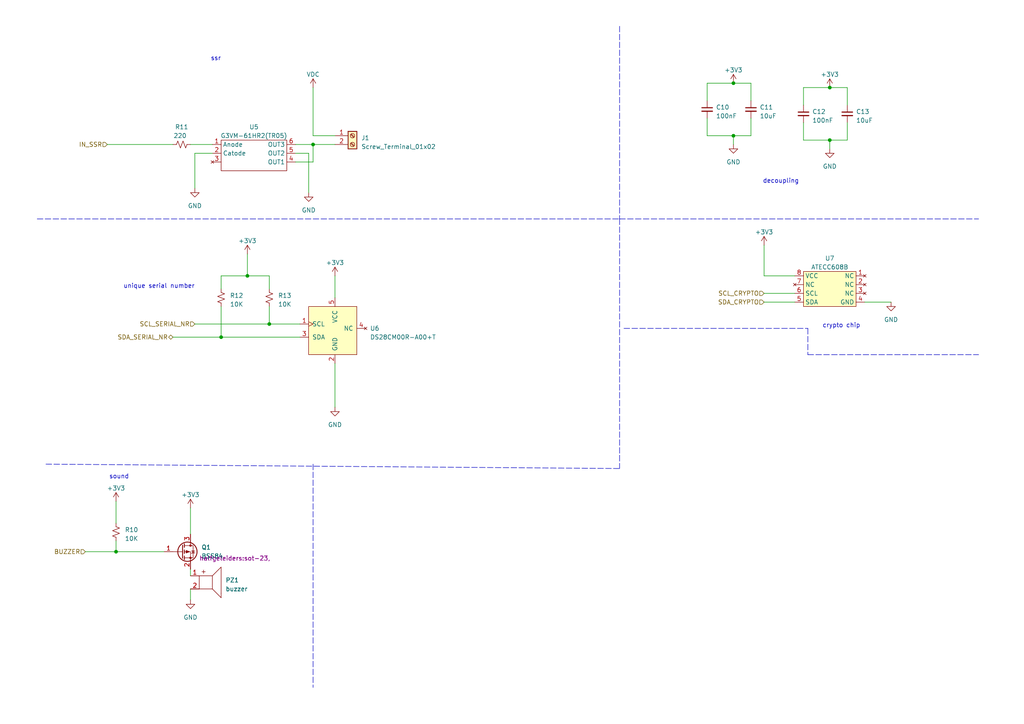
<source format=kicad_sch>
(kicad_sch (version 20210621) (generator eeschema)
  (paper "A4")
  (lib_symbols
    (symbol "Connector:Screw_Terminal_01x02" (pin_names (offset 1.016) hide)
      (property "Reference" "J" (at 0 2.54 0))
      (property "Value" "Screw_Terminal_01x02" (at 0 -5.08 0))
      (symbol "Screw_Terminal_01x02_1_1"
        (circle (center 0 -2.54) (radius 0.635) (stroke (width 0.1524)))
        (circle (center 0 0) (radius 0.635) (stroke (width 0.1524)))
        (rectangle (start -1.27 1.27) (end 1.27 -3.81) (stroke (width 0.254)) (fill (type background)))
        (polyline (pts (xy -0.5334 -2.2098) (xy 0.3302 -3.048)) (stroke (width 0.1524)))
        (polyline (pts (xy -0.5334 0.3302) (xy 0.3302 -0.508)) (stroke (width 0.1524)))
        (polyline (pts (xy -0.3556 -2.032) (xy 0.508 -2.8702)) (stroke (width 0.1524)))
        (polyline (pts (xy -0.3556 0.508) (xy 0.508 -0.3302)) (stroke (width 0.1524)))
        (pin passive line (at -5.08 0 0) (length 3.81) (name "Pin_1") (number "1"))
        (pin passive line (at -5.08 -2.54 0) (length 3.81) (name "Pin_2") (number "2"))
      )
    )
    (symbol "Device:C_Small" (pin_numbers hide) (pin_names (offset 0.254) hide)
      (property "Reference" "C" (at 0.254 1.778 0))
      (property "Value" "C_Small" (at 0.254 -2.032 0))
      (symbol "C_Small_0_1"
        (polyline (pts (xy -1.524 -0.508) (xy 1.524 -0.508)) (stroke (width 0.3302)))
        (polyline (pts (xy -1.524 0.508) (xy 1.524 0.508)) (stroke (width 0.3048)))
      )
      (symbol "C_Small_1_1"
        (pin passive line (at 0 2.54 270) (length 2.032) (name "~") (number "1"))
        (pin passive line (at 0 -2.54 90) (length 2.032) (name "~") (number "2"))
      )
    )
    (symbol "Device:R_Small_US" (pin_numbers hide) (pin_names (offset 0.254) hide)
      (property "Reference" "R" (at 0.762 0.508 0))
      (property "Value" "R_Small_US" (at 0.762 -1.016 0))
      (symbol "R_Small_US_1_1"
        (polyline (pts (xy 0 0) (xy 1.016 -0.381) (xy 0 -0.762) (xy -1.016 -1.143) (xy 0 -1.524)))
        (polyline (pts (xy 0 1.524) (xy 1.016 1.143) (xy 0 0.762) (xy -1.016 0.381) (xy 0 0)))
        (pin passive line (at 0 2.54 270) (length 1.016) (name "~") (number "1"))
        (pin passive line (at 0 -2.54 90) (length 1.016) (name "~") (number "2"))
      )
    )
    (symbol "Halfgelijders:ATECC608B"
      (property "Reference" "U" (at 0 -1.27 0))
      (property "Value" "ATECC608B" (at 2.54 6.35 0))
      (symbol "ATECC608B_0_1"
        (rectangle (start -5.08 5.08) (end 10.16 -5.08) (stroke (width 0.1524)) (fill (type background)))
      )
      (symbol "ATECC608B_1_1"
        (pin no_connect line (at -7.62 3.81 0) (length 2.54) (name "NC") (number "1"))
        (pin no_connect line (at -7.62 1.27 0) (length 2.54) (name "NC") (number "2"))
        (pin no_connect line (at -7.62 -1.27 0) (length 2.54) (name "NC") (number "3"))
        (pin power_out line (at -7.62 -3.81 0) (length 2.54) (name "GND") (number "4"))
        (pin bidirectional line (at 12.7 -3.81 180) (length 2.54) (name "SDA") (number "5"))
        (pin input line (at 12.7 -1.27 180) (length 2.54) (name "SCL") (number "6"))
        (pin no_connect line (at 12.7 1.27 180) (length 2.54) (name "NC") (number "7"))
        (pin power_in line (at 12.7 3.81 180) (length 2.54) (name "VCC") (number "8"))
      )
    )
    (symbol "Halfgelijders:DS28CM00R-A00+T" (pin_names (offset 1.016))
      (property "Reference" "U" (at 0 1.27 0))
      (property "Value" "DS28CM00R-A00+T" (at -17.78 6.35 0))
      (symbol "DS28CM00R-A00+T_0_1"
        (rectangle (start -7.62 7.62) (end 6.35 -6.35) (fill (type background)))
      )
      (symbol "DS28CM00R-A00+T_1_1"
        (pin input clock (at -10.16 2.54 0) (length 2.54) (name "SCL") (number "1"))
        (pin power_out line (at 0 -8.89 90) (length 2.54) (name "GND") (number "2"))
        (pin bidirectional line (at -10.16 -1.27 0) (length 2.54) (name "SDA") (number "3"))
        (pin no_connect line (at 8.89 1.27 180) (length 2.54) (name "NC") (number "4"))
        (pin power_in line (at 0 10.16 270) (length 2.54) (name "VCC") (number "5"))
      )
    )
    (symbol "Halfgelijders:G3VM-61HR2(TR05)"
      (property "Reference" "U" (at 1.27 -5.08 0))
      (property "Value" "G3VM-61HR2(TR05)" (at 8.89 -10.16 0))
      (symbol "G3VM-61HR2(TR05)_0_1"
        (rectangle (start 0 1.27) (end 19.05 -7.62) (stroke (width 0.1524)))
      )
      (symbol "G3VM-61HR2(TR05)_1_1"
        (pin input line (at -2.54 0 0) (length 2.54) (name "Anode") (number "1"))
        (pin output line (at -2.54 -2.54 0) (length 2.54) (name "Catode") (number "2"))
        (pin no_connect line (at -2.54 -5.08 0) (length 2.54) (name "") (number "3"))
        (pin output line (at 21.59 -5.08 180) (length 2.54) (name "OUT1") (number "4"))
        (pin output line (at 21.59 -2.54 180) (length 2.54) (name "OUT2") (number "5"))
        (pin output line (at 21.59 0 180) (length 2.54) (name "OUT3") (number "6"))
      )
    )
    (symbol "Transistor_FET:BSS84" (pin_names hide)
      (property "Reference" "Q" (at 5.08 1.905 0))
      (property "Value" "BSS84" (at 5.08 0 0))
      (symbol "BSS84_0_1"
        (circle (center 1.651 0) (radius 2.794) (stroke (width 0.254)))
        (circle (center 2.54 -1.778) (radius 0.254) (fill (type outline)))
        (circle (center 2.54 1.778) (radius 0.254) (fill (type outline)))
        (polyline (pts (xy 0.254 0) (xy -2.54 0)))
        (polyline (pts (xy 0.254 1.905) (xy 0.254 -1.905)) (stroke (width 0.254)))
        (polyline (pts (xy 0.762 -1.27) (xy 0.762 -2.286)) (stroke (width 0.254)))
        (polyline (pts (xy 0.762 0.508) (xy 0.762 -0.508)) (stroke (width 0.254)))
        (polyline (pts (xy 0.762 2.286) (xy 0.762 1.27)) (stroke (width 0.254)))
        (polyline (pts (xy 2.54 2.54) (xy 2.54 1.778)))
        (polyline (pts (xy 2.54 -2.54) (xy 2.54 0) (xy 0.762 0)))
        (polyline (pts (xy 0.762 1.778) (xy 3.302 1.778) (xy 3.302 -1.778) (xy 0.762 -1.778)))
        (polyline (pts (xy 2.794 -0.508) (xy 2.921 -0.381) (xy 3.683 -0.381) (xy 3.81 -0.254)))
        (polyline (pts (xy 3.302 -0.381) (xy 2.921 0.254) (xy 3.683 0.254) (xy 3.302 -0.381)))
        (polyline (pts (xy 2.286 0) (xy 1.27 0.381) (xy 1.27 -0.381) (xy 2.286 0)) (fill (type outline)))
      )
      (symbol "BSS84_1_1"
        (pin input line (at -5.08 0 0) (length 2.54) (name "G") (number "1"))
        (pin passive line (at 2.54 -5.08 90) (length 2.54) (name "S") (number "2"))
        (pin passive line (at 2.54 5.08 270) (length 2.54) (name "D") (number "3"))
      )
    )
    (symbol "power:+3V3" (power) (pin_names (offset 0))
      (property "Value" "+3V3" (at 0 3.556 0))
      (symbol "+3V3_0_1"
        (polyline (pts (xy -0.762 1.27) (xy 0 2.54)))
        (polyline (pts (xy 0 0) (xy 0 2.54)))
        (polyline (pts (xy 0 2.54) (xy 0.762 1.27)))
      )
      (symbol "+3V3_1_1"
        (pin power_in line (at 0 0 90) (length 0) hide (name "+3V3") (number "1"))
      )
    )
    (symbol "power:GND" (power) (pin_names (offset 0))
      (property "Value" "GND" (at 0 -3.81 0))
      (symbol "GND_0_1"
        (polyline (pts (xy 0 0) (xy 0 -1.27) (xy 1.27 -1.27) (xy 0 -2.54) (xy -1.27 -1.27) (xy 0 -1.27)))
      )
      (symbol "GND_1_1"
        (pin power_in line (at 0 0 270) (length 0) hide (name "GND") (number "1"))
      )
    )
    (symbol "power:VDC" (power) (pin_names (offset 0))
      (property "Value" "VDC" (at 0 6.35 0))
      (symbol "VDC_0_1"
        (polyline (pts (xy -0.762 1.27) (xy 0 2.54)))
        (polyline (pts (xy 0 0) (xy 0 2.54)))
        (polyline (pts (xy 0 2.54) (xy 0.762 1.27)))
      )
      (symbol "VDC_1_1"
        (pin power_in line (at 0 0 90) (length 0) hide (name "VDC") (number "1"))
      )
    )
    (symbol "vanalles:buzzer" (pin_names (offset 1.016))
      (property "Reference" "PZ" (at 5.08 7.62 0))
      (property "Value" "buzzer" (at 0 7.62 0))
      (symbol "buzzer_0_0"
        (text "+" (at 1.27 1.27 0) (effects (font (size 1.27 1.27))))
        (polyline (pts (xy 3.81 -3.81) (xy 6.35 -6.35)))
        (polyline (pts (xy 6.35 -5.08) (xy 6.35 -6.35)))
        (polyline (pts (xy 3.81 0) (xy 6.35 2.54) (xy 6.35 -5.08)))
      )
      (symbol "buzzer_0_1"
        (rectangle (start 0 0) (end 3.81 -3.81))
      )
      (symbol "buzzer_1_1"
        (pin unspecified line (at -2.54 0 0) (length 2.54) (name "~") (number "1"))
        (pin unspecified line (at -2.54 -3.81 0) (length 2.54) (name "~") (number "2"))
      )
    )
  )
  (junction (at 33.655 160.02))
  (junction (at 64.135 97.79) (diameter 0.9144))
  (junction (at 71.755 80.01) (diameter 0.9144))
  (junction (at 78.105 93.98) (diameter 0.9144))
  (junction (at 90.805 41.91) (diameter 0.9144))
  (junction (at 212.725 24.13) (diameter 0.9144))
  (junction (at 212.725 39.37) (diameter 0.9144))
  (junction (at 240.665 25.4) (diameter 0.9144))
  (junction (at 240.665 40.64) (diameter 0.9144))
  (wire (pts (xy 24.765 160.02) (xy 33.655 160.02)))
  (wire (pts (xy 31.115 41.91) (xy 50.165 41.91)))
  (wire (pts (xy 33.655 145.415) (xy 33.655 151.765)))
  (wire (pts (xy 33.655 156.845) (xy 33.655 160.02)))
  (wire (pts (xy 33.655 160.02) (xy 47.625 160.02)))
  (wire (pts (xy 50.165 97.79) (xy 64.135 97.79)))
  (wire (pts (xy 55.245 41.91) (xy 61.595 41.91)))
  (wire (pts (xy 55.245 147.32) (xy 55.245 154.94)))
  (wire (pts (xy 55.245 167.005) (xy 55.245 165.1)))
  (wire (pts (xy 55.245 173.99) (xy 55.245 170.815)))
  (wire (pts (xy 56.515 44.45) (xy 56.515 54.61)))
  (wire (pts (xy 56.515 44.45) (xy 61.595 44.45)))
  (wire (pts (xy 56.515 93.98) (xy 78.105 93.98)))
  (wire (pts (xy 64.135 80.01) (xy 71.755 80.01)))
  (wire (pts (xy 64.135 83.82) (xy 64.135 80.01)))
  (wire (pts (xy 64.135 88.9) (xy 64.135 97.79)))
  (wire (pts (xy 64.135 97.79) (xy 86.995 97.79)))
  (wire (pts (xy 71.755 73.66) (xy 71.755 80.01)))
  (wire (pts (xy 71.755 80.01) (xy 78.105 80.01)))
  (wire (pts (xy 78.105 80.01) (xy 78.105 83.82)))
  (wire (pts (xy 78.105 88.9) (xy 78.105 93.98)))
  (wire (pts (xy 78.105 93.98) (xy 86.995 93.98)))
  (wire (pts (xy 85.725 46.99) (xy 90.805 46.99)))
  (wire (pts (xy 89.535 44.45) (xy 85.725 44.45)))
  (wire (pts (xy 89.535 44.45) (xy 89.535 55.88)))
  (wire (pts (xy 90.805 25.4) (xy 90.805 39.37)))
  (wire (pts (xy 90.805 39.37) (xy 97.155 39.37)))
  (wire (pts (xy 90.805 41.91) (xy 85.725 41.91)))
  (wire (pts (xy 90.805 46.99) (xy 90.805 41.91)))
  (wire (pts (xy 97.155 41.91) (xy 90.805 41.91)))
  (wire (pts (xy 97.155 80.01) (xy 97.155 86.36)))
  (wire (pts (xy 97.155 105.41) (xy 97.155 118.11)))
  (wire (pts (xy 205.105 24.13) (xy 212.725 24.13)))
  (wire (pts (xy 205.105 29.21) (xy 205.105 24.13)))
  (wire (pts (xy 205.105 39.37) (xy 205.105 34.29)))
  (wire (pts (xy 212.725 24.13) (xy 217.805 24.13)))
  (wire (pts (xy 212.725 39.37) (xy 205.105 39.37)))
  (wire (pts (xy 212.725 39.37) (xy 217.805 39.37)))
  (wire (pts (xy 212.725 41.91) (xy 212.725 39.37)))
  (wire (pts (xy 217.805 24.13) (xy 217.805 29.21)))
  (wire (pts (xy 217.805 39.37) (xy 217.805 34.29)))
  (wire (pts (xy 221.615 71.12) (xy 221.615 80.01)))
  (wire (pts (xy 221.615 85.09) (xy 230.505 85.09)))
  (wire (pts (xy 221.615 87.63) (xy 230.505 87.63)))
  (wire (pts (xy 230.505 80.01) (xy 221.615 80.01)))
  (wire (pts (xy 233.045 25.4) (xy 240.665 25.4)))
  (wire (pts (xy 233.045 30.48) (xy 233.045 25.4)))
  (wire (pts (xy 233.045 40.64) (xy 233.045 35.56)))
  (wire (pts (xy 240.665 25.4) (xy 245.745 25.4)))
  (wire (pts (xy 240.665 40.64) (xy 233.045 40.64)))
  (wire (pts (xy 240.665 40.64) (xy 245.745 40.64)))
  (wire (pts (xy 240.665 43.18) (xy 240.665 40.64)))
  (wire (pts (xy 245.745 25.4) (xy 245.745 30.48)))
  (wire (pts (xy 245.745 40.64) (xy 245.745 35.56)))
  (wire (pts (xy 258.445 87.63) (xy 250.825 87.63)))
  (polyline (pts (xy 10.795 63.5) (xy 179.705 63.5)) (stroke (width 0) (type dash)))
  (polyline (pts (xy 13.335 134.62) (xy 179.705 135.89)) (stroke (width 0) (type dash)))
  (polyline (pts (xy 90.805 134.62) (xy 90.805 199.39)) (stroke (width 0) (type dash)))
  (polyline (pts (xy 179.705 7.62) (xy 179.705 63.5)) (stroke (width 0) (type dash)))
  (polyline (pts (xy 179.705 63.5) (xy 179.705 132.08)) (stroke (width 0) (type dash)))
  (polyline (pts (xy 179.705 63.5) (xy 283.845 63.5)) (stroke (width 0) (type dash)))
  (polyline (pts (xy 179.705 132.08) (xy 179.705 135.89)) (stroke (width 0) (type dash)))
  (polyline (pts (xy 180.975 95.25) (xy 234.315 95.25)) (stroke (width 0) (type dash)))
  (polyline (pts (xy 234.315 95.25) (xy 234.315 102.87)) (stroke (width 0) (type dash)))
  (polyline (pts (xy 234.315 102.87) (xy 283.845 102.87)) (stroke (width 0) (type dash)))
  (text "sound\n" (at 37.465 139.065 180) (effects (font (size 1.27 1.27)) (justify right bottom)))
  (text "unique serial number\n" (at 56.515 83.82 180) (effects (font (size 1.27 1.27)) (justify right bottom)))
  (text "ssr\n" (at 64.135 17.78 180) (effects (font (size 1.27 1.27)) (justify right bottom)))
  (text "decoupling\n" (at 231.775 53.34 180) (effects (font (size 1.27 1.27)) (justify right bottom)))
  (text "crypto chip\n" (at 249.555 95.25 180) (effects (font (size 1.27 1.27)) (justify right bottom)))
  (hierarchical_label "BUZZER" (shape input) (at 24.765 160.02 180))
  (hierarchical_label "IN_SSR" (shape input) (at 31.115 41.91 180))
  (hierarchical_label "SDA_SERIAL_NR" (shape bidirectional) (at 50.165 97.79 180))
  (hierarchical_label "SCL_SERIAL_NR" (shape input) (at 56.515 93.98 180))
  (hierarchical_label "SCL_CRYPTO" (shape input) (at 221.615 85.09 180))
  (hierarchical_label "SDA_CRYPTO" (shape input) (at 221.615 87.63 180))
  (symbol (lib_id "power:+3V3") (at 33.655 145.415 0) (unit 1)
    (property "Reference" "#PWR0134" (effects hide))
    (property "Value" "+3V3" (at 33.655 141.605 0))
  )
  (symbol (lib_id "power:+3V3") (at 55.245 147.32 0) (unit 1)
    (property "Reference" "#PWR0133" (effects hide))
    (property "Value" "+3V3" (at 55.245 143.51 0))
  )
  (symbol (lib_id "power:+3V3") (at 71.755 73.66 0) (unit 1)
    (property "Reference" "#PWR0124" (effects hide))
    (property "Value" "+3V3" (at 71.755 69.85 0))
  )
  (symbol (lib_id "power:VDC") (at 90.805 25.4 0) (unit 1)
    (property "Reference" "#PWR0121" (effects hide))
    (property "Value" "VDC" (at 90.805 21.59 0))
  )
  (symbol (lib_id "power:+3V3") (at 97.155 80.01 0) (unit 1)
    (property "Reference" "#PWR0126" (effects hide))
    (property "Value" "+3V3" (at 97.155 76.2 0))
  )
  (symbol (lib_id "power:+3V3") (at 212.725 24.13 0) (unit 1)
    (property "Reference" "#PWR0122" (effects hide))
    (property "Value" "+3V3" (at 212.725 20.32 0))
  )
  (symbol (lib_id "power:+3V3") (at 221.615 71.12 0) (unit 1)
    (property "Reference" "#PWR0128" (effects hide))
    (property "Value" "+3V3" (at 221.615 67.31 0))
  )
  (symbol (lib_id "power:+3V3") (at 240.665 25.4 0) (unit 1)
    (property "Reference" "#PWR0130" (effects hide))
    (property "Value" "+3V3" (at 240.665 21.59 0))
  )
  (symbol (lib_id "power:GND") (at 55.245 173.99 0) (unit 1)
    (property "Reference" "#PWR0132" (effects hide))
    (property "Value" "GND" (at 55.245 179.07 0))
  )
  (symbol (lib_id "power:GND") (at 56.515 54.61 0) (unit 1)
    (property "Reference" "#PWR0123" (effects hide))
    (property "Value" "GND" (at 56.515 59.69 0))
  )
  (symbol (lib_id "power:GND") (at 89.535 55.88 0) (unit 1)
    (property "Reference" "#PWR0120" (effects hide))
    (property "Value" "GND" (at 89.535 60.96 0))
  )
  (symbol (lib_id "power:GND") (at 97.155 118.11 0) (unit 1)
    (property "Reference" "#PWR0125" (effects hide))
    (property "Value" "GND" (at 97.155 123.19 0))
  )
  (symbol (lib_id "power:GND") (at 212.725 41.91 0) (unit 1)
    (property "Reference" "#PWR0127" (effects hide))
    (property "Value" "GND" (at 212.725 46.99 0))
  )
  (symbol (lib_id "power:GND") (at 240.665 43.18 0) (unit 1)
    (property "Reference" "#PWR0129" (effects hide))
    (property "Value" "GND" (at 240.665 48.26 0))
  )
  (symbol (lib_id "power:GND") (at 258.445 87.63 0) (unit 1)
    (property "Reference" "#PWR0131" (effects hide))
    (property "Value" "GND" (at 258.445 92.71 0))
  )
  (symbol (lib_id "Device:R_Small_US") (at 33.655 154.305 0) (unit 1)
    (property "Reference" "R10" (at 36.195 153.6699 0) (effects (justify left)))
    (property "Value" "10K" (at 36.195 156.2099 0) (effects (justify left)))
    (property "Footprint" "vanalles:0603" (effects hide))
  )
  (symbol (lib_id "Device:R_Small_US") (at 52.705 41.91 90) (unit 1)
    (property "Reference" "R11" (at 52.705 36.83 90))
    (property "Value" "220 " (at 52.705 39.37 90))
    (property "Footprint" "vanalles:0603" (effects hide))
  )
  (symbol (lib_id "Device:R_Small_US") (at 64.135 86.36 0) (unit 1)
    (property "Reference" "R12" (at 66.675 85.7249 0) (effects (justify left)))
    (property "Value" "10K" (at 66.675 88.2649 0) (effects (justify left)))
    (property "Footprint" "vanalles:0603" (effects hide))
  )
  (symbol (lib_id "Device:R_Small_US") (at 78.105 86.36 0) (unit 1)
    (property "Reference" "R13" (at 80.645 85.7249 0) (effects (justify left)))
    (property "Value" "10K" (at 80.645 88.2649 0) (effects (justify left)))
    (property "Footprint" "vanalles:0603" (effects hide))
  )
  (symbol (lib_id "Device:C_Small") (at 205.105 31.75 0) (unit 1)
    (property "Reference" "C10" (at 207.645 31.1149 0) (effects (justify left)))
    (property "Value" "100nF" (at 207.645 33.6549 0) (effects (justify left)))
    (property "Footprint" "vanalles:0603" (effects hide))
  )
  (symbol (lib_id "Device:C_Small") (at 217.805 31.75 0) (unit 1)
    (property "Reference" "C11" (at 220.345 31.1149 0) (effects (justify left)))
    (property "Value" "10uF" (at 220.345 33.6549 0) (effects (justify left)))
    (property "Footprint" "vanalles:0603" (effects hide))
  )
  (symbol (lib_id "Device:C_Small") (at 233.045 33.02 0) (unit 1)
    (property "Reference" "C12" (at 235.585 32.3849 0) (effects (justify left)))
    (property "Value" "100nF" (at 235.585 34.9249 0) (effects (justify left)))
    (property "Footprint" "vanalles:0603" (effects hide))
  )
  (symbol (lib_id "Device:C_Small") (at 245.745 33.02 0) (unit 1)
    (property "Reference" "C13" (at 248.285 32.3849 0) (effects (justify left)))
    (property "Value" "10uF" (at 248.285 34.9249 0) (effects (justify left)))
    (property "Footprint" "vanalles:0603" (effects hide))
  )
  (symbol (lib_id "Connector:Screw_Terminal_01x02") (at 102.235 39.37 0) (unit 1)
    (property "Reference" "J1" (at 104.775 40.0049 0) (effects (justify left)))
    (property "Value" "Screw_Terminal_01x02" (at 104.775 42.5449 0) (effects (justify left)))
    (property "Footprint" "connectors_user:2pin_screw" (effects hide))
  )
  (symbol (lib_id "vanalles:buzzer") (at 57.785 167.005 0) (unit 1)
    (property "Reference" "PZ1" (at 65.405 168.2749 0) (effects (justify left)))
    (property "Value" "buzzer" (at 65.405 170.8149 0) (effects (justify left)))
    (property "Footprint" "vanalles:PROSIGNAL_ABI-017-RC" (effects hide))
  )
  (symbol (lib_id "Transistor_FET:BSS84") (at 52.705 160.02 0) (unit 1)
    (property "Reference" "Q1" (at 58.42 158.7499 0) (effects (justify left)))
    (property "Value" "BSS84" (at 58.42 161.2899 0) (effects (justify left)))
    (property "Footprint" "halfgeleiders:sot-23," (at 57.785 161.925 0) (effects (justify left)))
    (property "Datasheet" "http://assets.nexperia.com/documents/data-sheet/BSS84.pdf" (effects hide))
  )
  (symbol (lib_id "Halfgelijders:ATECC608B") (at 243.205 83.82 0) (mirror y) (unit 1)
    (property "Reference" "U7" (at 240.665 74.93 0))
    (property "Value" "ATECC608B" (at 240.665 77.47 0))
    (property "Footprint" "halfgeleiders:soic p1.27 lengt 5.40" (effects hide))
  )
  (symbol (lib_id "Halfgelijders:G3VM-61HR2(TR05)") (at 64.135 41.91 0) (unit 1)
    (property "Reference" "U5" (at 73.66 36.83 0))
    (property "Value" "G3VM-61HR2(TR05)" (at 73.66 39.37 0))
    (property "Footprint" "halfgeleiders:sop4 P=2.54" (effects hide))
  )
  (symbol (lib_id "Halfgelijders:DS28CM00R-A00+T") (at 97.155 96.52 0) (unit 1)
    (property "Reference" "U6" (at 107.315 95.2499 0) (effects (justify left)))
    (property "Value" "DS28CM00R-A00+T" (at 107.315 97.7899 0) (effects (justify left)))
    (property "Footprint" "halfgeleiders:SOT-25" (effects hide))
  )
)
</source>
